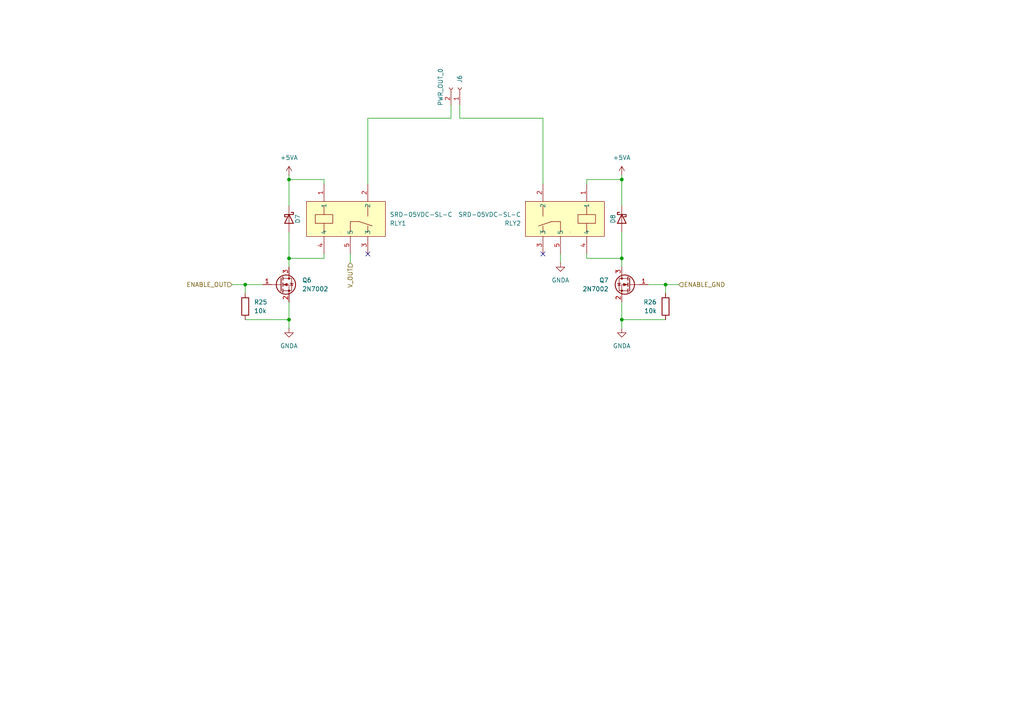
<source format=kicad_sch>
(kicad_sch (version 20231120) (generator "eeschema") (generator_version "8.0")
  (paper "A4")
  (lib_symbols
    (symbol "Connector:Conn_01x02_Socket" (pin_names (offset 1.016) hide)
      (property "Reference" "J" (at 0 2.54 0))
      (property "Value" "Conn_01x02_Socket" (at 0 -5.08 0))
      (symbol "Conn_01x02_Socket_1_1"
        (arc (start 0 -2.032) (mid -0.5058 -2.54) (end 0 -3.048) (stroke (width 0.1524)))
        (polyline (pts (xy -1.27 -2.54) (xy -0.508 -2.54)) (stroke (width 0.1524)))
        (polyline (pts (xy -1.27 0) (xy -0.508 0)) (stroke (width 0.1524)))
        (arc (start 0 0.508) (mid -0.5058 0) (end 0 -0.508) (stroke (width 0.1524)))
        (pin passive line (at -5.08 0 0) (length 3.81) (name "Pin_1") (number "1"))
        (pin passive line (at -5.08 -2.54 0) (length 3.81) (name "Pin_2") (number "2"))
      )
    )
    (symbol "Device:D_Schottky" (pin_numbers hide) (pin_names (offset 1.016) hide)
      (property "Reference" "D" (at 0 2.54 0))
      (property "Value" "D_Schottky" (at 0 -2.54 0))
      (symbol "D_Schottky_0_1"
        (polyline (pts (xy 1.27 0) (xy -1.27 0)))
        (polyline (pts (xy 1.27 1.27) (xy 1.27 -1.27) (xy -1.27 0) (xy 1.27 1.27)) (stroke (width 0.254)))
        (polyline (pts (xy -1.905 0.635) (xy -1.905 1.27) (xy -1.27 1.27) (xy -1.27 -1.27) (xy -0.635 -1.27) (xy -0.635 -0.635)) (stroke (width 0.254)))
      )
      (symbol "D_Schottky_1_1"
        (pin passive line (at -3.81 0 0) (length 2.54) (name "K") (number "1"))
        (pin passive line (at 3.81 0 180) (length 2.54) (name "A") (number "2"))
      )
    )
    (symbol "Device:R" (pin_numbers hide) (pin_names (offset 0))
      (property "Reference" "R" (at 2.032 0 90))
      (property "Value" "R" (at 0 0 90))
      (symbol "R_0_1"
        (rectangle (start -1.016 -2.54) (end 1.016 2.54) (stroke (width 0.254)))
      )
      (symbol "R_1_1"
        (pin passive line (at 0 3.81 270) (length 1.27) (name "~") (number "1"))
        (pin passive line (at 0 -3.81 90) (length 1.27) (name "~") (number "2"))
      )
    )
    (symbol "Transistor_FET:2N7002" (pin_names hide)
      (property "Reference" "Q" (at 5.08 1.905 0))
      (property "Value" "2N7002" (at 5.08 0 0))
      (symbol "2N7002_0_1"
        (polyline (pts (xy 0.254 0) (xy -2.54 0)))
        (polyline (pts (xy 0.254 1.905) (xy 0.254 -1.905)) (stroke (width 0.254)))
        (polyline (pts (xy 0.762 -1.27) (xy 0.762 -2.286)) (stroke (width 0.254)))
        (polyline (pts (xy 0.762 0.508) (xy 0.762 -0.508)) (stroke (width 0.254)))
        (polyline (pts (xy 0.762 2.286) (xy 0.762 1.27)) (stroke (width 0.254)))
        (polyline (pts (xy 2.54 2.54) (xy 2.54 1.778)))
        (polyline (pts (xy 2.54 -2.54) (xy 2.54 0) (xy 0.762 0)))
        (polyline (pts (xy 0.762 -1.778) (xy 3.302 -1.778) (xy 3.302 1.778) (xy 0.762 1.778)))
        (polyline (pts (xy 1.016 0) (xy 2.032 0.381) (xy 2.032 -0.381) (xy 1.016 0)) (fill (type outline)))
        (polyline (pts (xy 2.794 0.508) (xy 2.921 0.381) (xy 3.683 0.381) (xy 3.81 0.254)))
        (polyline (pts (xy 3.302 0.381) (xy 2.921 -0.254) (xy 3.683 -0.254) (xy 3.302 0.381)))
        (circle (center 1.651 0) (radius 2.794) (stroke (width 0.254)))
        (circle (center 2.54 -1.778) (radius 0.254) (fill (type outline)))
        (circle (center 2.54 1.778) (radius 0.254) (fill (type outline)))
      )
      (symbol "2N7002_1_1"
        (pin input line (at -5.08 0 0) (length 2.54) (name "G") (number "1"))
        (pin passive line (at 2.54 -5.08 90) (length 2.54) (name "S") (number "2"))
        (pin passive line (at 2.54 5.08 270) (length 2.54) (name "D") (number "3"))
      )
    )
    (symbol "lib:SRD-05VDC-SL-C"
      (property "Reference" "RLY" (at 0 11.43 0))
      (property "Value" "SRD-05VDC-SL-C" (at 0 -11.43 0))
      (symbol "SRD-05VDC-SL-C_0_1"
        (rectangle (start -5.08 11.43) (end 5.08 -11.43) (fill (type background)))
        (arc (start -3.81 -6.6) (mid -3.76 -6.36) (end -3.81 -6.6))
        (arc (start -3.81 -1.52) (mid -3.76 -1.28) (end -3.81 -1.52))
        (arc (start -3.81 6.1) (mid -3.76 6.34) (end -3.81 6.1))
        (polyline (pts (xy -3.81 6.35) (xy -2.03 6.35)))
        (polyline (pts (xy -1.27 -6.35) (xy -3.81 -6.35)))
        (polyline (pts (xy -0.76 3.81) (xy -2.03 7.62)))
        (polyline (pts (xy 3.81 -6.35) (xy 1.27 -6.35)))
        (polyline (pts (xy 3.81 6.35) (xy 0.76 6.35)))
        (polyline (pts (xy -3.81 1.27) (xy -0.76 1.27) (xy -0.76 3.81)))
        (polyline (pts (xy -1.27 -8.89) (xy 1.27 -8.89) (xy 1.27 -3.81) (xy -1.27 -3.81) (xy -1.27 -8.89)) (fill (type background)))
        (arc (start 3.81 -6.6) (mid 3.86 -6.36) (end 3.81 -6.6))
        (arc (start 3.81 6.1) (mid 3.86 6.34) (end 3.81 6.1))
        (pin input line (at 10.16 -6.35 180) (length 5.08) (name "1") (number "1"))
        (pin input line (at 10.16 6.35 180) (length 5.08) (name "2") (number "2"))
        (pin input line (at -10.16 6.35 0) (length 5.08) (name "3") (number "3"))
        (pin input line (at -10.16 -6.35 0) (length 5.08) (name "4") (number "4"))
        (pin input line (at -10.16 1.27 0) (length 5.08) (name "5") (number "5"))
      )
    )
    (symbol "power:+5VA" (power) (pin_numbers hide) (pin_names (offset 0) hide)
      (property "Value" "+5VA" (at 0 3.556 0))
      (symbol "+5VA_0_1"
        (polyline (pts (xy -0.762 1.27) (xy 0 2.54)))
        (polyline (pts (xy 0 0) (xy 0 2.54)))
        (polyline (pts (xy 0 2.54) (xy 0.762 1.27)))
      )
      (symbol "+5VA_1_1"
        (pin power_in line (at 0 0 90) (length 0) (name "~") (number "1"))
      )
    )
    (symbol "power:GNDA" (power) (pin_numbers hide) (pin_names (offset 0) hide)
      (property "Value" "GNDA" (at 0 -3.81 0))
      (symbol "GNDA_0_1"
        (polyline (pts (xy 0 0) (xy 0 -1.27) (xy 1.27 -1.27) (xy 0 -2.54) (xy -1.27 -1.27) (xy 0 -1.27)))
      )
      (symbol "GNDA_1_1"
        (pin power_in line (at 0 0 270) (length 0) (name "~") (number "1"))
      )
    )
  )
  (junction (at 83.82 74.93))
  (junction (at 83.82 52.07))
  (junction (at 193.04 82.55))
  (junction (at 71.12 82.55))
  (junction (at 180.34 52.07))
  (junction (at 83.82 92.71))
  (junction (at 180.34 92.71))
  (junction (at 180.34 74.93))
  (no_connect (at 157.48 73.66))
  (no_connect (at 106.68 73.66))
  (wire (pts (xy 83.82 74.93) (xy 93.98 74.93)))
  (wire (pts (xy 170.18 52.07) (xy 170.18 53.34)))
  (wire (pts (xy 71.12 82.55) (xy 71.12 85.09)))
  (wire (pts (xy 180.34 92.71) (xy 180.34 87.63)))
  (wire (pts (xy 162.56 73.66) (xy 162.56 76.2)))
  (wire (pts (xy 193.04 82.55) (xy 193.04 85.09)))
  (wire (pts (xy 157.48 34.29) (xy 133.35 34.29)))
  (wire (pts (xy 157.48 53.34) (xy 157.48 34.29)))
  (wire (pts (xy 93.98 52.07) (xy 93.98 53.34)))
  (wire (pts (xy 196.85 82.55) (xy 193.04 82.55)))
  (wire (pts (xy 187.96 82.55) (xy 193.04 82.55)))
  (wire (pts (xy 101.6 76.2) (xy 101.6 73.66)))
  (wire (pts (xy 83.82 77.47) (xy 83.82 74.93)))
  (wire (pts (xy 106.68 53.34) (xy 106.68 34.29)))
  (wire (pts (xy 170.18 74.93) (xy 170.18 73.66)))
  (wire (pts (xy 83.82 67.31) (xy 83.82 74.93)))
  (wire (pts (xy 106.68 34.29) (xy 130.81 34.29)))
  (wire (pts (xy 180.34 52.07) (xy 180.34 59.69)))
  (wire (pts (xy 193.04 92.71) (xy 180.34 92.71)))
  (wire (pts (xy 67.31 82.55) (xy 71.12 82.55)))
  (wire (pts (xy 83.82 92.71) (xy 83.82 95.25)))
  (wire (pts (xy 76.2 82.55) (xy 71.12 82.55)))
  (wire (pts (xy 83.82 92.71) (xy 83.82 87.63)))
  (wire (pts (xy 83.82 52.07) (xy 83.82 59.69)))
  (wire (pts (xy 93.98 74.93) (xy 93.98 73.66)))
  (wire (pts (xy 130.81 34.29) (xy 130.81 30.48)))
  (wire (pts (xy 180.34 52.07) (xy 170.18 52.07)))
  (wire (pts (xy 83.82 50.8) (xy 83.82 52.07)))
  (wire (pts (xy 180.34 74.93) (xy 170.18 74.93)))
  (wire (pts (xy 83.82 52.07) (xy 93.98 52.07)))
  (wire (pts (xy 180.34 50.8) (xy 180.34 52.07)))
  (wire (pts (xy 133.35 34.29) (xy 133.35 30.48)))
  (wire (pts (xy 180.34 67.31) (xy 180.34 74.93)))
  (wire (pts (xy 71.12 92.71) (xy 83.82 92.71)))
  (wire (pts (xy 180.34 77.47) (xy 180.34 74.93)))
  (wire (pts (xy 180.34 92.71) (xy 180.34 95.25)))
  (hierarchical_label "ENABLE_OUT" (shape input) (at 67.31 82.55 180))
  (hierarchical_label "V_OUT" (shape input) (at 101.6 76.2 270))
  (hierarchical_label "ENABLE_GND" (shape input) (at 196.85 82.55 0))
  (symbol (lib_id "Transistor_FET:2N7002") (at 182.88 82.55 0) (mirror y) (unit 1)
    (property "Reference" "Q7" (at 176.53 81.2799 0) (effects (justify left)))
    (property "Value" "2N7002" (at 176.53 83.8199 0) (effects (justify left)))
    (property "Footprint" "Package_TO_SOT_SMD:SOT-23" (effects (hide yes)))
    (property "Datasheet" "https://www.onsemi.com/pub/Collateral/NDS7002A-D.PDF" (effects (hide yes)))
    (property "Description" "0.115A Id, 60V Vds, N-Channel MOSFET, SOT-23" (effects (hide yes)))
    (property "LCSC" "C8545" (effects (hide yes)))
    (instances (project "mypsu" (path "" (reference "Q7") (unit 1)) (path "" (reference "Q9") (unit 1))))
  )
  (symbol (lib_id "power:+5VA") (at 83.82 50.8 0) (unit 1)
    (property "Reference" "#PWR076" (effects (hide yes)))
    (property "Value" "+5VA" (at 83.82 45.72 0))
    (property "Description" "Power symbol creates a global label with name \"+5VA\"" (effects (hide yes)))
    (instances (project "mypsu" (path "" (reference "#PWR076") (unit 1)) (path "" (reference "#PWR092") (unit 1))))
  )
  (symbol (lib_id "power:GNDA") (at 180.34 95.25 0) (unit 1)
    (property "Reference" "#PWR080" (effects (hide yes)))
    (property "Value" "GNDA" (at 180.34 100.33 0))
    (property "Description" "Power symbol creates a global label with name \"GNDA\" , analog ground" (effects (hide yes)))
    (instances (project "mypsu" (path "" (reference "#PWR080") (unit 1)) (path "" (reference "#PWR096") (unit 1))))
  )
  (symbol (lib_id "Connector:Conn_01x02_Socket") (at 133.35 25.4 270) (mirror x) (unit 1)
    (property "Reference" "J6" (at 133.3501 24.13 0) (effects (justify left)))
    (property "Value" "PWR_OUT_0" (at 127.762 30.734 0) (effects (justify left)))
    (property "Footprint" "lib:CONN-TH_2P-P5.00_WJ500V-5.08-2P" (effects (hide yes)))
    (property "Description" "Generic connector, single row, 01x02, script generated" (effects (hide yes)))
    (property "LCSC" "C8465" (effects (hide yes)))
    (instances (project "mypsu" (path "" (reference "J6") (unit 1)) (path "" (reference "J10") (unit 1))))
  )
  (symbol (lib_id "Device:D_Schottky") (at 83.82 63.5 270) (unit 1)
    (property "Reference" "D7" (at 86.36 63.5 0))
    (property "Value" "D_Schottky" (effects (hide yes)))
    (property "Footprint" "Diode_SMD:D_SOD-323" (effects (hide yes)))
    (property "Description" "Schottky diode" (effects (hide yes)))
    (property "LCSC" "C191023" (effects (hide yes)))
    (instances (project "mypsu" (path "" (reference "D7") (unit 1)) (path "" (reference "D13") (unit 1))))
  )
  (symbol (lib_id "power:GNDA") (at 162.56 76.2 0) (unit 1)
    (property "Reference" "#PWR078" (effects (hide yes)))
    (property "Value" "GNDA" (at 162.56 81.28 0))
    (property "Description" "Power symbol creates a global label with name \"GNDA\" , analog ground" (effects (hide yes)))
    (instances (project "" (path "" (reference "#PWR078") (unit 1)) (path "" (reference "#PWR094") (unit 1))))
  )
  (symbol (lib_id "Device:R") (at 193.04 88.9 0) (mirror y) (unit 1)
    (property "Reference" "R26" (at 190.5 87.6299 0) (effects (justify left)))
    (property "Value" "10k" (at 190.5 90.1699 0) (effects (justify left)))
    (property "Footprint" "Resistor_SMD:R_0402_1005Metric" (effects (hide yes)))
    (property "Description" "Resistor" (effects (hide yes)))
    (property "LCSC" "C25744" (effects (hide yes)))
    (instances (project "mypsu" (path "" (reference "R26") (unit 1)) (path "" (reference "R34") (unit 1))))
  )
  (symbol (lib_id "power:+5VA") (at 180.34 50.8 0) (unit 1)
    (property "Reference" "#PWR079" (effects (hide yes)))
    (property "Value" "+5VA" (at 180.34 45.72 0))
    (property "Description" "Power symbol creates a global label with name \"+5VA\"" (effects (hide yes)))
    (instances (project "mypsu" (path "" (reference "#PWR079") (unit 1)) (path "" (reference "#PWR095") (unit 1))))
  )
  (symbol (lib_id "lib:SRD-05VDC-SL-C") (at 163.83 63.5 90) (unit 1)
    (property "Reference" "RLY2" (at 151.13 64.7701 90) (effects (justify left)))
    (property "Value" "SRD-05VDC-SL-C" (at 151.13 62.2301 90) (effects (justify left)))
    (property "Footprint" "lib:RELAY-TH_SRD-XXVDC-XL-C" (effects (hide yes)))
    (property "Datasheet" "https://lcsc.com/product-detail/Relays_SRD-05VDC-SL-C_C35449.html" (effects (hide yes)))
    (property "LCSC Part" "C35449" (effects (hide yes)))
    (property "LCSC" "C35449" (effects (hide yes)))
    (instances (project "mypsu" (path "" (reference "RLY2") (unit 1)) (path "" (reference "RLY4") (unit 1))))
  )
  (symbol (lib_id "lib:SRD-05VDC-SL-C") (at 100.33 63.5 270) (mirror x) (unit 1)
    (property "Reference" "RLY1" (at 113.03 64.7701 90) (effects (justify left)))
    (property "Value" "SRD-05VDC-SL-C" (at 113.03 62.2301 90) (effects (justify left)))
    (property "Footprint" "lib:RELAY-TH_SRD-XXVDC-XL-C" (effects (hide yes)))
    (property "Datasheet" "https://lcsc.com/product-detail/Relays_SRD-05VDC-SL-C_C35449.html" (effects (hide yes)))
    (property "LCSC Part" "C35449" (effects (hide yes)))
    (property "LCSC" "C35449" (effects (hide yes)))
    (instances (project "mypsu" (path "" (reference "RLY1") (unit 1)) (path "" (reference "RLY3") (unit 1))))
  )
  (symbol (lib_id "Device:D_Schottky") (at 180.34 63.5 90) (mirror x) (unit 1)
    (property "Reference" "D8" (at 177.8 63.5 0))
    (property "Value" "D_Schottky" (effects (hide yes)))
    (property "Footprint" "Diode_SMD:D_SOD-323" (effects (hide yes)))
    (property "Description" "Schottky diode" (effects (hide yes)))
    (property "LCSC" "C191023" (effects (hide yes)))
    (instances (project "mypsu" (path "" (reference "D8") (unit 1)) (path "" (reference "D14") (unit 1))))
  )
  (symbol (lib_id "Transistor_FET:2N7002") (at 81.28 82.55 0) (unit 1)
    (property "Reference" "Q6" (at 87.63 81.2799 0) (effects (justify left)))
    (property "Value" "2N7002" (at 87.63 83.8199 0) (effects (justify left)))
    (property "Footprint" "Package_TO_SOT_SMD:SOT-23" (effects (hide yes)))
    (property "Datasheet" "https://www.onsemi.com/pub/Collateral/NDS7002A-D.PDF" (effects (hide yes)))
    (property "Description" "0.115A Id, 60V Vds, N-Channel MOSFET, SOT-23" (effects (hide yes)))
    (property "LCSC" "C8545" (effects (hide yes)))
    (instances (project "mypsu" (path "" (reference "Q6") (unit 1)) (path "" (reference "Q8") (unit 1))))
  )
  (symbol (lib_id "Device:R") (at 71.12 88.9 0) (unit 1)
    (property "Reference" "R25" (at 73.66 87.6299 0) (effects (justify left)))
    (property "Value" "10k" (at 73.66 90.1699 0) (effects (justify left)))
    (property "Footprint" "Resistor_SMD:R_0402_1005Metric" (effects (hide yes)))
    (property "Description" "Resistor" (effects (hide yes)))
    (property "LCSC" "C25744" (effects (hide yes)))
    (instances (project "mypsu" (path "" (reference "R25") (unit 1)) (path "" (reference "R33") (unit 1))))
  )
  (symbol (lib_id "power:GNDA") (at 83.82 95.25 0) (unit 1)
    (property "Reference" "#PWR077" (effects (hide yes)))
    (property "Value" "GNDA" (at 83.82 100.33 0))
    (property "Description" "Power symbol creates a global label with name \"GNDA\" , analog ground" (effects (hide yes)))
    (instances (project "" (path "" (reference "#PWR077") (unit 1)) (path "" (reference "#PWR093") (unit 1))))
  )
)
</source>
